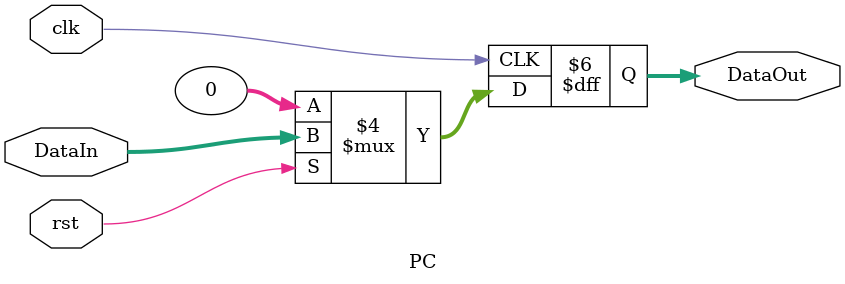
<source format=sv>
module PC (    //// WIDTH=#INSTRUCTIONS 
	input [31:0] DataIn, //pc+4
	input clk,    // Clock
	input rst, // reset
	output reg [31:0] DataOut
);
      always @ (posedge clk ) begin   
           if(~rst) begin  
             	DataOut=32'h000000;
             end  
           else begin  
           		DataOut=DataIn;
           end  
      end 
endmodule 
</source>
